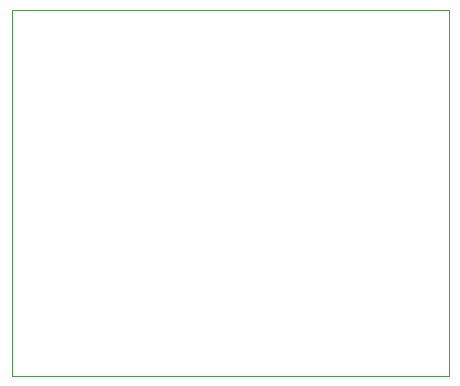
<source format=gbr>
%TF.GenerationSoftware,KiCad,Pcbnew,7.0.2-0*%
%TF.CreationDate,2023-06-24T18:09:45+02:00*%
%TF.ProjectId,SCAN2000_rearconn,5343414e-3230-4303-905f-72656172636f,rev?*%
%TF.SameCoordinates,PX501bd00PY5b8d800*%
%TF.FileFunction,Profile,NP*%
%FSLAX46Y46*%
G04 Gerber Fmt 4.6, Leading zero omitted, Abs format (unit mm)*
G04 Created by KiCad (PCBNEW 7.0.2-0) date 2023-06-24 18:09:45*
%MOMM*%
%LPD*%
G01*
G04 APERTURE LIST*
%TA.AperFunction,Profile*%
%ADD10C,0.100000*%
%TD*%
G04 APERTURE END LIST*
D10*
X37000000Y31000000D02*
X37000000Y0D01*
X0Y31000000D02*
X37000000Y31000000D01*
X37000000Y0D02*
X0Y0D01*
X0Y0D02*
X0Y31000000D01*
M02*

</source>
